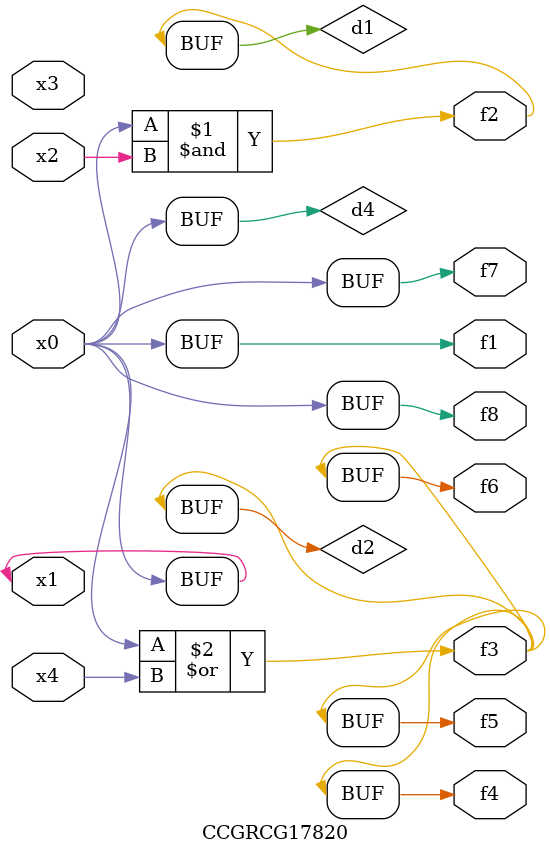
<source format=v>
module CCGRCG17820(
	input x0, x1, x2, x3, x4,
	output f1, f2, f3, f4, f5, f6, f7, f8
);

	wire d1, d2, d3, d4;

	and (d1, x0, x2);
	or (d2, x0, x4);
	nand (d3, x0, x2);
	buf (d4, x0, x1);
	assign f1 = d4;
	assign f2 = d1;
	assign f3 = d2;
	assign f4 = d2;
	assign f5 = d2;
	assign f6 = d2;
	assign f7 = d4;
	assign f8 = d4;
endmodule

</source>
